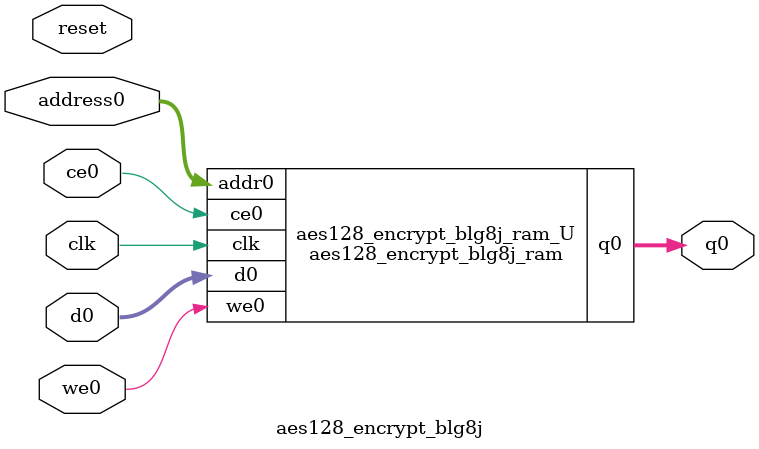
<source format=v>
`timescale 1 ns / 1 ps
module aes128_encrypt_blg8j_ram (addr0, ce0, d0, we0, q0,  clk);

parameter DWIDTH = 8;
parameter AWIDTH = 4;
parameter MEM_SIZE = 16;

input[AWIDTH-1:0] addr0;
input ce0;
input[DWIDTH-1:0] d0;
input we0;
output reg[DWIDTH-1:0] q0;
input clk;

(* ram_style = "distributed" *)reg [DWIDTH-1:0] ram[0:MEM_SIZE-1];




always @(posedge clk)  
begin 
    if (ce0) 
    begin
        if (we0) 
        begin 
            ram[addr0] <= d0; 
        end 
        q0 <= ram[addr0];
    end
end


endmodule

`timescale 1 ns / 1 ps
module aes128_encrypt_blg8j(
    reset,
    clk,
    address0,
    ce0,
    we0,
    d0,
    q0);

parameter DataWidth = 32'd8;
parameter AddressRange = 32'd16;
parameter AddressWidth = 32'd4;
input reset;
input clk;
input[AddressWidth - 1:0] address0;
input ce0;
input we0;
input[DataWidth - 1:0] d0;
output[DataWidth - 1:0] q0;



aes128_encrypt_blg8j_ram aes128_encrypt_blg8j_ram_U(
    .clk( clk ),
    .addr0( address0 ),
    .ce0( ce0 ),
    .we0( we0 ),
    .d0( d0 ),
    .q0( q0 ));

endmodule


</source>
